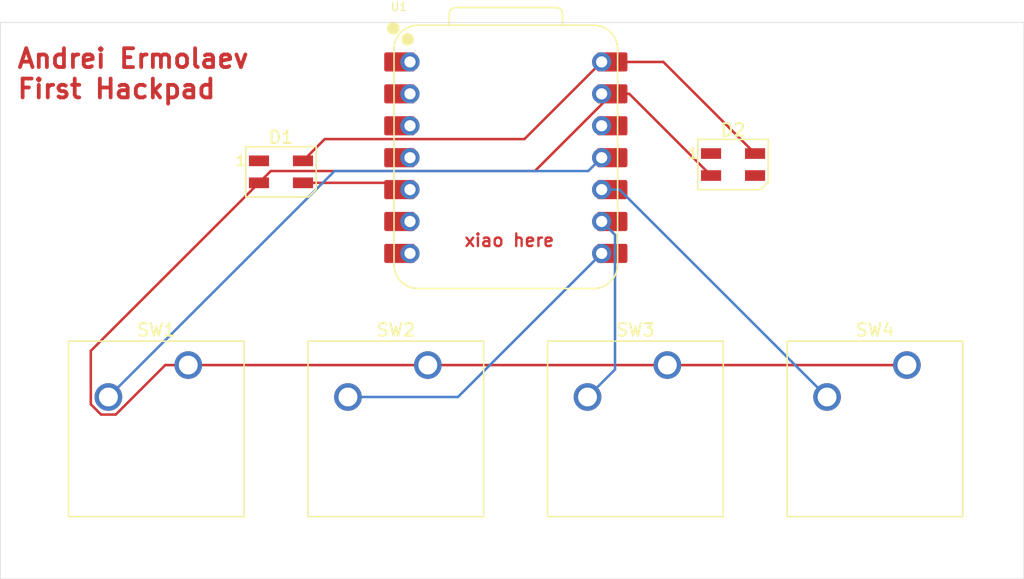
<source format=kicad_pcb>
(kicad_pcb (version 20241229) (generator "pcbnew") (generator_version "9.0")
  (layers (0 "F.Cu" signal) (2 "B.Cu" signal) (13 "F.Paste" user) (15 "B.Paste" user) (5 "F.SilkS" user "F.Silkscreen") (7 "B.SilkS" user "B.Silkscreen") (1 "F.Mask" user) (3 "B.Mask" user) (25 "Edge.Cuts" user))
  (net 0 "")
  (net 1 "+5V")
  (net 3 "GND")
  (net 4 "Net-(D1-DIN)")
  (net 7 "Net-(U1-GPIO3{slash}MOSI)")
  (net 8 "Net-(U1-GPIO1{slash}RX)")
  (net 9 "Net-(U1-GPIO2{slash}SCK)")
  (net 10 "Net-(U1-GPIO4{slash}MISO)")
  (footprint "Button_Switch_Keyboard:SW_Cherry_MX_1.00u_PCB" (layer "F.Cu") (at 166.84625 102.07625)
    (property "Reference" "SW1" (at -2.54 -2.794 0) (layer "F.SilkS"))
    (property "Value" "SW_Push")
    (fp_line (start -9.525 -1.905) (end 4.445 -1.905) (stroke (width 0.12)) (layer "F.SilkS"))
    (fp_line (start -9.525 12.065) (end -9.525 -1.905) (stroke (width 0.12)) (layer "F.SilkS"))
    (fp_line (start 4.445 -1.905) (end 4.445 12.065) (stroke (width 0.12)) (layer "F.SilkS"))
    (fp_line (start 4.445 12.065) (end -9.525 12.065) (stroke (width 0.12)) (layer "F.SilkS"))
    (pad "" np_thru_hole circle (at -7.62 5.08) (size 1.7 1.7) (drill 1.7) (layers "*.Cu" "*.Mask"))
    (pad "" np_thru_hole circle (at -2.54 5.08) (size 4 4) (drill 4) (layers "*.Cu" "*.Mask"))
    (pad "" np_thru_hole circle (at 2.54 5.08) (size 1.7 1.7) (drill 1.7) (layers "*.Cu" "*.Mask"))
    (pad "1" thru_hole circle (at 0 0) (size 2.2 2.2) (drill 1.5) (layers "*.Cu" "*.Mask") (net 3 "GND"))
    (pad "2" thru_hole circle (at -6.35 2.54) (size 2.2 2.2) (drill 1.5) (layers "*.Cu" "*.Mask") (net 7 "Net-(U1-GPIO3{slash}MOSI)"))
  )
  (footprint "LED_SMD:LED_SK6812MINI_PLCC4_3.5x3.5mm_P1.75mm" (layer "F.Cu") (at 210.17 86.115)
    (property "Reference" "D2" (at 0 -2.75 0) (layer "F.SilkS"))
    (property "Value" "SK6812MINI")
    (fp_line (start -2.8 -2) (end -2.8 2) (stroke (width 0.12)) (layer "F.SilkS"))
    (fp_line (start -2.8 -2) (end 2.8 -2) (stroke (width 0.12)) (layer "F.SilkS"))
    (fp_line (start -2.8 2) (end 2.2 2) (stroke (width 0.12)) (layer "F.SilkS"))
    (fp_line (start 2.8 1.4) (end 2.2 2) (stroke (width 0.12)) (layer "F.SilkS"))
    (fp_line (start 2.8 1.4) (end 2.8 -2) (stroke (width 0.12)) (layer "F.SilkS"))
    (fp_text user "1" (at -3.2 -0.875 0) (layer "F.SilkS") (effects (font (size 0.8 0.8))))
    (pad "1" smd rect (at -1.75 -0.875) (size 1.6 0.85) (layers "F.Cu" "F.Mask" "F.Paste"))
    (pad "2" smd rect (at -1.75 0.875) (size 1.6 0.85) (layers "F.Cu" "F.Mask" "F.Paste") (net 3 "GND"))
    (pad "3" smd rect (at 1.75 0.875) (size 1.6 0.85) (layers "F.Cu" "F.Mask" "F.Paste"))
    (pad "4" smd rect (at 1.75 -0.875) (size 1.6 0.85) (layers "F.Cu" "F.Mask" "F.Paste") (net 1 "+5V"))
  )
  (footprint "Button_Switch_Keyboard:SW_Cherry_MX_1.00u_PCB" (layer "F.Cu") (at 185.89625 102.07625)
    (property "Reference" "SW2" (at -2.54 -2.794 0) (layer "F.SilkS"))
    (property "Value" "SW_Push")
    (fp_line (start -9.525 -1.905) (end 4.445 -1.905) (stroke (width 0.12)) (layer "F.SilkS"))
    (fp_line (start -9.525 12.065) (end -9.525 -1.905) (stroke (width 0.12)) (layer "F.SilkS"))
    (fp_line (start 4.445 -1.905) (end 4.445 12.065) (stroke (width 0.12)) (layer "F.SilkS"))
    (fp_line (start 4.445 12.065) (end -9.525 12.065) (stroke (width 0.12)) (layer "F.SilkS"))
    (pad "" np_thru_hole circle (at -7.62 5.08) (size 1.7 1.7) (drill 1.7) (layers "*.Cu" "*.Mask"))
    (pad "" np_thru_hole circle (at -2.54 5.08) (size 4 4) (drill 4) (layers "*.Cu" "*.Mask"))
    (pad "" np_thru_hole circle (at 2.54 5.08) (size 1.7 1.7) (drill 1.7) (layers "*.Cu" "*.Mask"))
    (pad "1" thru_hole circle (at 0 0) (size 2.2 2.2) (drill 1.5) (layers "*.Cu" "*.Mask") (net 3 "GND"))
    (pad "2" thru_hole circle (at -6.35 2.54) (size 2.2 2.2) (drill 1.5) (layers "*.Cu" "*.Mask") (net 8 "Net-(U1-GPIO1{slash}RX)"))
  )
  (footprint "LED_SMD:LED_SK6812MINI_PLCC4_3.5x3.5mm_P1.75mm" (layer "F.Cu") (at 174.22 86.695)
    (property "Reference" "D1" (at 0 -2.75 0) (layer "F.SilkS"))
    (property "Value" "SK6812MINI")
    (fp_line (start -2.8 -2) (end -2.8 2) (stroke (width 0.12)) (layer "F.SilkS"))
    (fp_line (start -2.8 -2) (end 2.8 -2) (stroke (width 0.12)) (layer "F.SilkS"))
    (fp_line (start -2.8 2) (end 2.2 2) (stroke (width 0.12)) (layer "F.SilkS"))
    (fp_line (start 2.8 1.4) (end 2.2 2) (stroke (width 0.12)) (layer "F.SilkS"))
    (fp_line (start 2.8 1.4) (end 2.8 -2) (stroke (width 0.12)) (layer "F.SilkS"))
    (fp_text user "1" (at -3.2 -0.875 0) (layer "F.SilkS") (effects (font (size 0.8 0.8))))
    (pad "1" smd rect (at -1.75 -0.875) (size 1.6 0.85) (layers "F.Cu" "F.Mask" "F.Paste"))
    (pad "2" smd rect (at -1.75 0.875) (size 1.6 0.85) (layers "F.Cu" "F.Mask" "F.Paste") (net 3 "GND"))
    (pad "3" smd rect (at 1.75 0.875) (size 1.6 0.85) (layers "F.Cu" "F.Mask" "F.Paste") (net 4 "Net-(D1-DIN)"))
    (pad "4" smd rect (at 1.75 -0.875) (size 1.6 0.85) (layers "F.Cu" "F.Mask" "F.Paste") (net 1 "+5V"))
  )
  (footprint "OPL:XIAO-RP2040-DIP" (layer "F.Cu") (at 192.1 85.5685)
    (property "Reference" "U1" (at -8.5 -12 0) (layer "F.SilkS") (effects (font (size 0.635 0.635) (thickness 0.1016))))
    (property "Value" "XIAO-RP2040-DIP")
    (fp_line (start -8.89 8.509) (end -8.89 -8.636) (stroke (width 0.127)) (layer "F.SilkS"))
    (fp_line (start -6.985 10.414) (end 6.985 10.414) (stroke (width 0.127)) (layer "F.SilkS"))
    (fp_line (start -4.495 -10.541) (end -4.491272 -11.451272) (stroke (width 0.127)) (layer "F.SilkS"))
    (fp_line (start -3.991272 -11.951) (end 4.004 -11.951) (stroke (width 0.127)) (layer "F.SilkS"))
    (fp_line (start 4.504 -11.451) (end 4.504 -10.541) (stroke (width 0.127)) (layer "F.SilkS"))
    (fp_line (start 6.985 -10.541) (end -6.985 -10.541) (stroke (width 0.1)) (layer "F.SilkS"))
    (fp_line (start 6.985 -10.541) (end -6.985 -10.541) (stroke (width 0.127)) (layer "F.SilkS"))
    (fp_line (start 8.89 8.509) (end 8.89 -8.636) (stroke (width 0.127)) (layer "F.SilkS"))
    (fp_arc (start -8.89 -8.636) (mid -8.332038 -9.983038) (end -6.985 -10.541) (stroke (width 0.127)) (layer "F.SilkS"))
    (fp_arc (start -6.985 10.414) (mid -8.332038 9.856038) (end -8.89 8.509) (stroke (width 0.127)) (layer "F.SilkS"))
    (fp_arc (start -4.491272 -11.451272) (mid -4.344728 -11.80464) (end -3.991272 -11.951) (stroke (width 0.127)) (layer "F.SilkS"))
    (fp_arc (start 4.004 -11.951) (mid 4.357553 -11.804553) (end 4.504 -11.451) (stroke (width 0.127)) (layer "F.SilkS"))
    (fp_arc (start 6.985 -10.541) (mid 8.332038 -9.983038) (end 8.89 -8.636) (stroke (width 0.127)) (layer "F.SilkS"))
    (fp_arc (start 8.89 8.509) (mid 8.332038 9.856038) (end 6.985 10.414) (stroke (width 0.127)) (layer "F.SilkS"))
    (fp_circle (center -8.95 -10.3) (end -8.95 -10.554) (stroke (width 0.5)) (fill yes) (layer "F.SilkS"))
    (fp_circle (center -7.807 -9.42) (end -7.807 -9.674) (stroke (width 0.5)) (fill yes) (layer "F.SilkS"))
    (pad "1" smd roundrect (at -8.455 -7.62 180) (size 2.432 1.524) (layers "F.Cu" "F.Mask") (roundrect_rratio 0.1))
    (pad "1" thru_hole circle (at -7.62 -7.62 180) (size 1.524 1.524) (drill 0.889) (layers "*.Cu" "*.Mask"))
    (pad "2" smd roundrect (at -8.455 -5.08 180) (size 2.432 1.524) (layers "F.Cu" "F.Mask") (roundrect_rratio 0.1))
    (pad "2" thru_hole circle (at -7.62 -5.08 180) (size 1.524 1.524) (drill 0.889) (layers "*.Cu" "*.Mask"))
    (pad "3" smd roundrect (at -8.455 -2.54 180) (size 2.432 1.524) (layers "F.Cu" "F.Mask") (roundrect_rratio 0.1))
    (pad "3" thru_hole circle (at -7.62 -2.54 180) (size 1.524 1.524) (drill 0.889) (layers "*.Cu" "*.Mask"))
    (pad "4" smd roundrect (at -8.455 0 180) (size 2.432 1.524) (layers "F.Cu" "F.Mask") (roundrect_rratio 0.1))
    (pad "4" thru_hole circle (at -7.62 0 180) (size 1.524 1.524) (drill 0.889) (layers "*.Cu" "*.Mask"))
    (pad "5" smd roundrect (at -8.455 2.54 180) (size 2.432 1.524) (layers "F.Cu" "F.Mask") (roundrect_rratio 0.1) (net 4 "Net-(D1-DIN)"))
    (pad "5" thru_hole circle (at -7.62 2.54 180) (size 1.524 1.524) (drill 0.889) (layers "*.Cu" "*.Mask") (net 4 "Net-(D1-DIN)"))
    (pad "6" smd roundrect (at -8.455 5.08 180) (size 2.432 1.524) (layers "F.Cu" "F.Mask") (roundrect_rratio 0.1))
    (pad "6" thru_hole circle (at -7.62 5.08 180) (size 1.524 1.524) (drill 0.889) (layers "*.Cu" "*.Mask"))
    (pad "7" smd roundrect (at -8.455 7.62 180) (size 2.432 1.524) (layers "F.Cu" "F.Mask") (roundrect_rratio 0.1))
    (pad "7" thru_hole circle (at -7.62 7.62 180) (size 1.524 1.524) (drill 0.889) (layers "*.Cu" "*.Mask"))
    (pad "8" thru_hole circle (at 7.62 7.62) (size 1.524 1.524) (drill 0.889) (layers "*.Cu" "*.Mask") (net 8 "Net-(U1-GPIO1{slash}RX)"))
    (pad "8" smd roundrect (at 8.455 7.62) (size 2.432 1.524) (layers "F.Cu" "F.Mask") (roundrect_rratio 0.1) (net 8 "Net-(U1-GPIO1{slash}RX)"))
    (pad "9" thru_hole circle (at 7.62 5.08) (size 1.524 1.524) (drill 0.889) (layers "*.Cu" "*.Mask") (net 9 "Net-(U1-GPIO2{slash}SCK)"))
    (pad "9" smd roundrect (at 8.455 5.08) (size 2.432 1.524) (layers "F.Cu" "F.Mask") (roundrect_rratio 0.1) (net 9 "Net-(U1-GPIO2{slash}SCK)"))
    (pad "10" thru_hole circle (at 7.62 2.54) (size 1.524 1.524) (drill 0.889) (layers "*.Cu" "*.Mask") (net 10 "Net-(U1-GPIO4{slash}MISO)"))
    (pad "10" smd roundrect (at 8.455 2.54) (size 2.432 1.524) (layers "F.Cu" "F.Mask") (roundrect_rratio 0.1) (net 10 "Net-(U1-GPIO4{slash}MISO)"))
    (pad "11" thru_hole circle (at 7.62 0) (size 1.524 1.524) (drill 0.889) (layers "*.Cu" "*.Mask") (net 7 "Net-(U1-GPIO3{slash}MOSI)"))
    (pad "11" smd roundrect (at 8.455 0) (size 2.432 1.524) (layers "F.Cu" "F.Mask") (roundrect_rratio 0.1) (net 7 "Net-(U1-GPIO3{slash}MOSI)"))
    (pad "12" thru_hole circle (at 7.62 -2.54) (size 1.524 1.524) (drill 0.889) (layers "*.Cu" "*.Mask"))
    (pad "12" smd roundrect (at 8.455 -2.54) (size 2.432 1.524) (layers "F.Cu" "F.Mask") (roundrect_rratio 0.1))
    (pad "13" thru_hole circle (at 7.62 -5.08) (size 1.524 1.524) (drill 0.889) (layers "*.Cu" "*.Mask") (net 3 "GND"))
    (pad "13" smd roundrect (at 8.455 -5.08) (size 2.432 1.524) (layers "F.Cu" "F.Mask") (roundrect_rratio 0.1) (net 3 "GND"))
    (pad "14" thru_hole circle (at 7.62 -7.62) (size 1.524 1.524) (drill 0.889) (layers "*.Cu" "*.Mask") (net 1 "+5V"))
    (pad "14" smd roundrect (at 8.455 -7.62) (size 2.432 1.524) (layers "F.Cu" "F.Mask") (roundrect_rratio 0.1) (net 1 "+5V"))
  )
  (footprint "Button_Switch_Keyboard:SW_Cherry_MX_1.00u_PCB" (layer "F.Cu") (at 204.94625 102.07625)
    (property "Reference" "SW3" (at -2.54 -2.794 0) (layer "F.SilkS"))
    (property "Value" "SW_Push")
    (fp_line (start -9.525 -1.905) (end 4.445 -1.905) (stroke (width 0.12)) (layer "F.SilkS"))
    (fp_line (start -9.525 12.065) (end -9.525 -1.905) (stroke (width 0.12)) (layer "F.SilkS"))
    (fp_line (start 4.445 -1.905) (end 4.445 12.065) (stroke (width 0.12)) (layer "F.SilkS"))
    (fp_line (start 4.445 12.065) (end -9.525 12.065) (stroke (width 0.12)) (layer "F.SilkS"))
    (pad "" np_thru_hole circle (at -7.62 5.08) (size 1.7 1.7) (drill 1.7) (layers "*.Cu" "*.Mask"))
    (pad "" np_thru_hole circle (at -2.54 5.08) (size 4 4) (drill 4) (layers "*.Cu" "*.Mask"))
    (pad "" np_thru_hole circle (at 2.54 5.08) (size 1.7 1.7) (drill 1.7) (layers "*.Cu" "*.Mask"))
    (pad "1" thru_hole circle (at 0 0) (size 2.2 2.2) (drill 1.5) (layers "*.Cu" "*.Mask") (net 3 "GND"))
    (pad "2" thru_hole circle (at -6.35 2.54) (size 2.2 2.2) (drill 1.5) (layers "*.Cu" "*.Mask") (net 9 "Net-(U1-GPIO2{slash}SCK)"))
  )
  (footprint "Button_Switch_Keyboard:SW_Cherry_MX_1.00u_PCB" (layer "F.Cu") (at 223.99625 102.07625)
    (property "Reference" "SW4" (at -2.54 -2.794 0) (layer "F.SilkS"))
    (property "Value" "SW_Push")
    (fp_line (start -9.525 -1.905) (end 4.445 -1.905) (stroke (width 0.12)) (layer "F.SilkS"))
    (fp_line (start -9.525 12.065) (end -9.525 -1.905) (stroke (width 0.12)) (layer "F.SilkS"))
    (fp_line (start 4.445 -1.905) (end 4.445 12.065) (stroke (width 0.12)) (layer "F.SilkS"))
    (fp_line (start 4.445 12.065) (end -9.525 12.065) (stroke (width 0.12)) (layer "F.SilkS"))
    (pad "" np_thru_hole circle (at -7.62 5.08) (size 1.7 1.7) (drill 1.7) (layers "*.Cu" "*.Mask"))
    (pad "" np_thru_hole circle (at -2.54 5.08) (size 4 4) (drill 4) (layers "*.Cu" "*.Mask"))
    (pad "" np_thru_hole circle (at 2.54 5.08) (size 1.7 1.7) (drill 1.7) (layers "*.Cu" "*.Mask"))
    (pad "1" thru_hole circle (at 0 0) (size 2.2 2.2) (drill 1.5) (layers "*.Cu" "*.Mask") (net 3 "GND"))
    (pad "2" thru_hole circle (at -6.35 2.54) (size 2.2 2.2) (drill 1.5) (layers "*.Cu" "*.Mask") (net 10 "Net-(U1-GPIO4{slash}MISO)"))
  )
  (gr_rect (start 151.9 74.81) (end 233.3 119.1) (stroke (width 0.05)) (fill no) (layer "Edge.Cuts"))
  (gr_text "Andrei Ermolaev\nFirst Hackpad" (at 153.12 80.97 0) (layer "F.Cu") (effects (font (size 1.5 1.5) (thickness 0.3) (bold yes)) (justify left bottom)))
  (gr_text "xiao here" (at 188.71 92.73 0) (layer "F.Cu") (effects (font (size 1 1) (thickness 0.1875)) (justify left bottom)))
  (segment (start 175.97 85.82) (end 177.6985 84.0915) (width 0.2) (layer "F.Cu") (net 1))
  (segment (start 211.92 85.24) (end 204.6285 77.9485) (width 0.2) (layer "F.Cu") (net 1))
  (segment (start 204.6285 77.9485) (end 200.555 77.9485) (width 0.2) (layer "F.Cu") (net 1))
  (segment (start 177.6985 84.0915) (end 193.577 84.0915) (width 0.2) (layer "F.Cu") (net 1))
  (segment (start 193.577 84.0915) (end 199.72 77.9485) (width 0.2) (layer "F.Cu") (net 1))
  (segment (start 165.017564 102.07625) (end 161.076564 106.01725) (width 0.2) (layer "F.Cu") (net 3))
  (segment (start 166.84625 102.07625) (end 165.017564 102.07625) (width 0.2) (layer "F.Cu") (net 3))
  (segment (start 159.09525 105.196564) (end 159.09525 100.94475) (width 0.2) (layer "F.Cu") (net 3))
  (segment (start 161.076564 106.01725) (end 159.915936 106.01725) (width 0.2) (layer "F.Cu") (net 3))
  (segment (start 194.412 86.6315) (end 200.555 80.4885) (width 0.2) (layer "F.Cu") (net 3))
  (segment (start 172.47 87.57) (end 173.4085 86.6315) (width 0.2) (layer "F.Cu") (net 3))
  (segment (start 173.4085 86.6315) (end 194.412 86.6315) (width 0.2) (layer "F.Cu") (net 3))
  (segment (start 204.94625 102.07625) (end 185.89625 102.07625) (width 0.2) (layer "F.Cu") (net 3))
  (segment (start 201.9185 80.4885) (end 208.42 86.99) (width 0.2) (layer "F.Cu") (net 3))
  (segment (start 185.89625 102.07625) (end 166.84625 102.07625) (width 0.2) (layer "F.Cu") (net 3))
  (segment (start 223.99625 102.07625) (end 204.94625 102.07625) (width 0.2) (layer "F.Cu") (net 3))
  (segment (start 159.09525 100.94475) (end 172.47 87.57) (width 0.2) (layer "F.Cu") (net 3))
  (segment (start 159.915936 106.01725) (end 159.09525 105.196564) (width 0.2) (layer "F.Cu") (net 3))
  (segment (start 200.555 80.4885) (end 201.9185 80.4885) (width 0.2) (layer "F.Cu") (net 3))
  (segment (start 175.97 87.57) (end 183.1065 87.57) (width 0.2) (layer "F.Cu") (net 4))
  (segment (start 183.1065 87.57) (end 183.645 88.1085) (width 0.2) (layer "F.Cu") (net 4))
  (segment (start 160.49625 104.61625) (end 178.481 86.6315) (width 0.2) (layer "B.Cu") (net 7))
  (segment (start 178.481 86.6315) (end 198.657 86.6315) (width 0.2) (layer "B.Cu") (net 7))
  (segment (start 198.657 86.6315) (end 199.72 85.5685) (width 0.2) (layer "B.Cu") (net 7))
  (segment (start 188.29225 104.61625) (end 199.72 93.1885) (width 0.2) (layer "B.Cu") (net 8))
  (segment (start 179.54625 104.61625) (end 188.29225 104.61625) (width 0.2) (layer "B.Cu") (net 8))
  (segment (start 200.783 91.7115) (end 199.72 90.6485) (width 0.2) (layer "B.Cu") (net 9))
  (segment (start 198.59625 104.61625) (end 200.783 102.4295) (width 0.2) (layer "B.Cu") (net 9))
  (segment (start 200.783 102.4295) (end 200.783 91.7115) (width 0.2) (layer "B.Cu") (net 9))
  (segment (start 201.1385 88.1085) (end 199.72 88.1085) (width 0.2) (layer "B.Cu") (net 10))
  (segment (start 217.64625 104.61625) (end 201.1385 88.1085) (width 0.2) (layer "B.Cu") (net 10))
)
</source>
